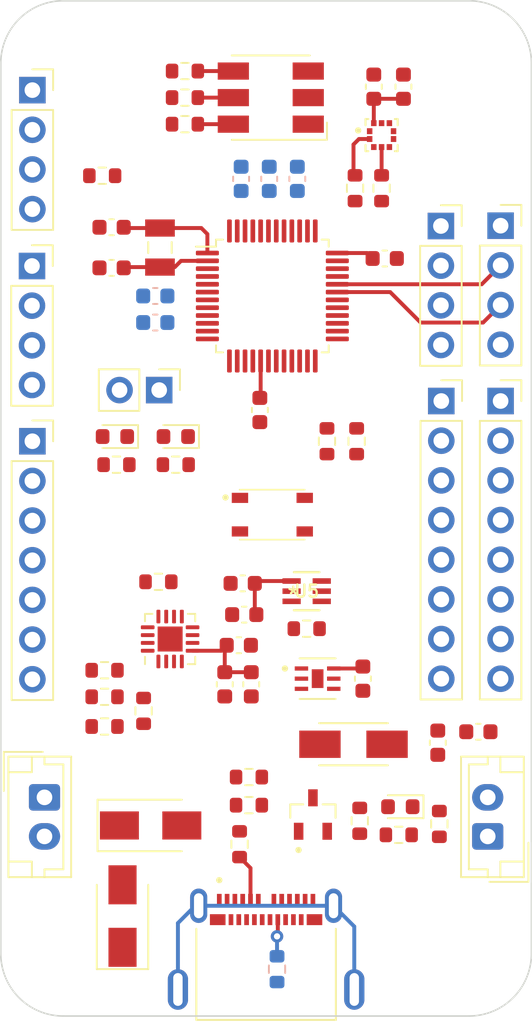
<source format=kicad_pcb>
(kicad_pcb (version 20211014) (generator pcbnew)
  (layers (0 "F.Cu" signal) (1 "In1.Cu" power) (2 "In2.Cu" mixed) (31 "B.Cu" signal) (34 "B.Paste" user) (35 "F.Paste" user) (36 "B.SilkS" user "B.Silkscreen") (37 "F.SilkS" user "F.Silkscreen") (38 "B.Mask" user) (39 "F.Mask" user) (44 "Edge.Cuts" user))
  (net 0 "")
  (net 1 "GND")
  (net 2 "Net-(C1-Pad2)")
  (net 3 "Net-(C2-Pad2)")
  (net 4 "Net-(C3-Pad1)")
  (net 5 "Net-(C4-Pad2)")
  (net 6 "Net-(C5-Pad2)")
  (net 7 "+3V3")
  (net 8 "/VBAT")
  (net 9 "/LiPo/SOUT")
  (net 10 "/Regulators/+5V_reg")
  (net 11 "Net-(D1-Pad2)")
  (net 12 "VBUS")
  (net 13 "Net-(D2-Pad2)")
  (net 14 "Net-(D3-Pad1)")
  (net 15 "Net-(D4-Pad1)")
  (net 16 "Net-(D6-Pad2)")
  (net 17 "Net-(D7-Pad4)")
  (net 18 "Net-(D7-Pad5)")
  (net 19 "Net-(D7-Pad6)")
  (net 20 "/MCU/GPIO4")
  (net 21 "/MCU/GPIO3")
  (net 22 "/MCU/GPIO2")
  (net 23 "/MCU/GPIO1")
  (net 24 "/MISO")
  (net 25 "/MOSI")
  (net 26 "/SCK")
  (net 27 "/CS2")
  (net 28 "/SDA")
  (net 29 "/SCL")
  (net 30 "/~{THERM}")
  (net 31 "/CS1")
  (net 32 "/CS")
  (net 33 "/SWCLK")
  (net 34 "/SWDIO")
  (net 35 "/TX")
  (net 36 "/RX")
  (net 39 "Net-(J10-PadA5)")
  (net 40 "/D+")
  (net 41 "/D-")
  (net 47 "Net-(J10-PadB5)")
  (net 51 "unconnected-(J10-PadS1)")
  (net 52 "/MCU/VDIV")
  (net 53 "/MCU/~{RESET}")
  (net 54 "Net-(R9-Pad2)")
  (net 55 "Net-(R10-Pad2)")
  (net 56 "Net-(R11-Pad2)")
  (net 57 "Net-(R12-Pad2)")
  (net 58 "Net-(R13-Pad2)")
  (net 59 "/PGOOD")
  (net 60 "/CHG")
  (net 61 "Net-(Q1-Pad1)")
  (net 62 "/LEDs/R_a")
  (net 63 "/LEDs/G_a")
  (net 64 "/LEDs/B_a")
  (net 65 "/I2C Active Terminator/EN")
  (net 67 "/RST")
  (net 69 "/CS3")
  (net 70 "/IRQ")
  (net 71 "/Barometer/INTB")
  (footprint "Connector_JST:JST_EH_B2B-EH-A_1x02_P2.50mm_Vertical" (layer "F.Cu") (at 134.8 125 -90)
    (fp_text reference "J9" hide)
    (fp_text value "SOLAR" hide)
    (pad "1" thru_hole roundrect (at 0 0 270) (size 1.7 2) (drill 1) (layers *.Cu *.Mask) (roundrect_rratio 0.147059) (net 1 "GND"))
    (pad "2" thru_hole oval (at 2.5 0 270) (size 1.7 2) (drill 1) (layers *.Cu *.Mask) (net 13 "Net-(D2-Pad2)"))
  )
  (footprint "Capacitor_SMD:C_0603_1608Metric" (layer "F.Cu") (at 139.1 91.1)
    (fp_text reference "C2" hide)
    (fp_text value "22pF" hide)
    (pad "1" smd roundrect (at -0.775 0) (size 0.9 0.95) (layers "F.Cu" "F.Paste" "F.Mask") (net 1 "GND"))
    (pad "2" smd roundrect (at 0.775 0) (size 0.9 0.95) (layers "F.Cu" "F.Paste" "F.Mask") (net 3 "Net-(C2-Pad2)"))
  )
  (footprint "Connector_PinSocket_2.54mm:PinSocket_1x08_P2.54mm_Vertical" (layer "F.Cu") (at 160.225 99.625)
    (fp_text reference "J3" hide)
    (fp_text value "Ethernet" hide)
    (pad "1" thru_hole rect (at 0 0) (size 1.7 1.7) (drill 1) (layers *.Cu *.Mask) (net 1 "GND"))
    (pad "2" thru_hole oval (at 0 2.54) (size 1.7 1.7) (drill 1) (layers *.Cu *.Mask) (net 24 "/MISO"))
    (pad "3" thru_hole oval (at 0 5.08) (size 1.7 1.7) (drill 1) (layers *.Cu *.Mask) (net 25 "/MOSI"))
    (pad "4" thru_hole oval (at 0 7.62) (size 1.7 1.7) (drill 1) (layers *.Cu *.Mask) (net 26 "/SCK"))
    (pad "5" thru_hole oval (at 0 10.16) (size 1.7 1.7) (drill 1) (layers *.Cu *.Mask) (net 27 "/CS2"))
    (pad "6" thru_hole oval (at 0 12.7) (size 1.7 1.7) (drill 1) (layers *.Cu *.Mask) (net 28 "/SDA"))
    (pad "7" thru_hole oval (at 0 15.24) (size 1.7 1.7) (drill 1) (layers *.Cu *.Mask) (net 29 "/SCL"))
    (pad "8" thru_hole oval (at 0 17.78) (size 1.7 1.7) (drill 1) (layers *.Cu *.Mask) (net 7 "+3V3"))
  )
  (footprint "Capacitor_SMD:C_0603_1608Metric" (layer "F.Cu") (at 157.8 79.5 90)
    (fp_text reference "C18" hide)
    (fp_text value "0.1uF" hide)
    (pad "1" smd roundrect (at -0.775 0 90) (size 0.9 0.95) (layers "F.Cu" "F.Paste" "F.Mask") (net 7 "+3V3"))
    (pad "2" smd roundrect (at 0.775 0 90) (size 0.9 0.95) (layers "F.Cu" "F.Paste" "F.Mask") (net 1 "GND"))
  )
  (footprint "Resistor_SMD:R_0603_1608Metric" (layer "F.Cu") (at 143.8 78.5 180)
    (fp_text reference "R22" hide)
    (fp_text value "100" hide)
    (pad "1" smd roundrect (at -0.825 0 180) (size 0.8 0.95) (layers "F.Cu" "F.Paste" "F.Mask") (net 17 "Net-(D7-Pad4)"))
    (pad "2" smd roundrect (at 0.825 0 180) (size 0.8 0.95) (layers "F.Cu" "F.Paste" "F.Mask") (net 64 "/LEDs/B_a"))
  )
  (footprint "Capacitor_SMD:C_0603_1608Metric" (layer "F.Cu") (at 155.2 117.4 -90)
    (fp_text reference "C15" hide)
    (fp_text value "0.47uF" hide)
    (pad "1" smd roundrect (at -0.775 0 270) (size 0.9 0.95) (layers "F.Cu" "F.Paste" "F.Mask") (net 10 "/Regulators/+5V_reg"))
    (pad "2" smd roundrect (at 0.775 0 270) (size 0.9 0.95) (layers "F.Cu" "F.Paste" "F.Mask") (net 1 "GND"))
  )
  (footprint "Resistor_SMD:R_0603_1608Metric" (layer "F.Cu") (at 138.65 118.5625)
    (fp_text reference "R12" hide)
    (fp_text value "1K" hide)
    (pad "1" smd roundrect (at -0.825 0) (size 0.8 0.95) (layers "F.Cu" "F.Paste" "F.Mask") (net 1 "GND"))
    (pad "2" smd roundrect (at 0.825 0) (size 0.8 0.95) (layers "F.Cu" "F.Paste" "F.Mask") (net 57 "Net-(R12-Pad2)"))
  )
  (footprint "Connector_Molex:MOLEX_1054550101" (layer "F.Cu") (at 149 135.3)
    (fp_text reference "J10" hide)
    (fp_text value "1054550101" hide)
    (pad "A1" smd rect (at -3 -3.77) (size 0.3 0.7) (layers "F.Cu" "F.Paste" "F.Mask") (net 1 "GND"))
    (pad "A2" smd rect (at -2.5 -3.77) (size 0.3 0.7) (layers "F.Cu" "F.Paste" "F.Mask"))
    (pad "A3" smd rect (at -2 -3.77) (size 0.3 0.7) (layers "F.Cu" "F.Paste" "F.Mask"))
    (pad "A4" smd rect (at -1.5 -3.77) (size 0.3 0.7) (layers "F.Cu" "F.Paste" "F.Mask") (net 16 "Net-(D6-Pad2)"))
    (pad "A5" smd rect (at -1 -3.77) (size 0.3 0.7) (layers "F.Cu" "F.Paste" "F.Mask") (net 39 "Net-(J10-PadA5)"))
    (pad "A6" smd rect (at -0.5 -3.77) (size 0.3 0.7) (layers "F.Cu" "F.Paste" "F.Mask") (net 40 "/D+"))
    (pad "A7" smd rect (at 0.5 -3.77) (size 0.3 0.7) (layers "F.Cu" "F.Paste" "F.Mask") (net 41 "/D-"))
    (pad "A8" smd rect (at 1 -3.77) (size 0.3 0.7) (layers "F.Cu" "F.Paste" "F.Mask"))
    (pad "A9" smd rect (at 1.5 -3.77) (size 0.3 0.7) (layers "F.Cu" "F.Paste" "F.Mask") (net 16 "Net-(D6-Pad2)"))
    (pad "A10" smd rect (at 2 -3.77) (size 0.3 0.7) (layers "F.Cu" "F.Paste" "F.Mask"))
    (pad "A11" smd rect (at 2.5 -3.77) (size 0.3 0.7) (layers "F.Cu" "F.Paste" "F.Mask"))
    (pad "A12" smd rect (at 3 -3.77) (size 0.3 0.7) (layers "F.Cu" "F.Paste" "F.Mask") (net 1 "GND"))
    (pad "B1" smd rect (at 3.1 -2.47) (size 1 0.7) (layers "F.Cu" "F.Paste" "F.Mask") (net 1 "GND"))
    (pad "B2" smd rect (at 2.25 -2.47) (size 0.3 0.7) (layers "F.Cu" "F.Paste" "F.Mask"))
    (pad "B3" smd rect (at 1.75 -2.47) (size 0.3 0.7) (layers "F.Cu" "F.Paste" "F.Mask"))
    (pad "B4" smd rect (at 1.25 -2.47) (size 0.3 0.7) (layers "F.Cu" "F.Paste" "F.Mask") (net 16 "Net-(D6-Pad2)"))
    (pad "B5" smd rect (at 0.75 -2.47) (size 0.3 0.7) (layers "F.Cu" "F.Paste" "F.Mask") (net 47 "Net-(J10-PadB5)"))
    (pad "B6" smd rect (at 0.25 -2.47) (size 0.3 0.7) (layers "F.Cu" "F.Paste" "F.Mask") (net 40 "/D+"))
    (pad "B7" smd rect (at -0.25 -2.47) (size 0.3 0.7) (layers "F.Cu" "F.Paste" "F.Mask") (net 41 "/D-"))
    (pad "B8" smd rect (at -0.75 -2.47) (size 0.3 0.7) (layers "F.Cu" "F.Paste" "F.Mask"))
    (pad "B9" smd rect (at -1.25 -2.47) (size 0.3 0.7) (layers "F.Cu" "F.Paste" "F.Mask") (net 16 "Net-(D6-Pad2)"))
    (pad "B10" smd rect (at -1.75 -2.47) (size 0.3 0.7) (layers "F.Cu" "F.Paste" "F.Mask"))
    (pad "B11" smd rect (at -2.25 -2.47) (size 0.3 0.7) (layers "F.Cu" "F.Paste" "F.Mask"))
    (pad "B12" smd rect (at -3.1 -2.47) (size 1 0.7) (layers "F.Cu" "F.Paste" "F.Mask") (net 1 "GND"))
    (pad "S1" thru_hole oval (at -4.32 -3.36) (size 1.1 2.2) (drill oval 0.6 1.6) (layers *.Cu *.Mask) (net 51 "unconnected-(J10-PadS1)"))
    (pad "S2" thru_hole oval (at 4.32 -3.36) (size 1.1 2.2) (drill oval 0.6 1.6) (layers *.Cu *.Mask) (net 51 "unconnected-(J10-PadS1)"))
    (pad "S3" thru_hole oval (at -5.65 2) (size 1.3 2.6) (drill oval 0.6 2.1) (layers *.Cu *.Mask) (net 51 "unconnected-(J10-PadS1)"))
    (pad "S4" thru_hole oval (at 5.65 2) (size 1.3 2.6) (drill oval 0.6 2.1) (layers *.Cu *.Mask) (net 51 "unconnected-(J10-PadS1)"))
  )
  (footprint "Capacitor_SMD:C_0603_1608Metric" (layer "F.Cu") (at 147.25 115.2625)
    (fp_text reference "C14" hide)
    (fp_text value "10uF" hide)
    (pad "1" smd roundrect (at -0.775 0) (size 0.9 0.95) (layers "F.Cu" "F.Paste" "F.Mask") (net 9 "/LiPo/SOUT"))
    (pad "2" smd roundrect (at 0.775 0) (size 0.9 0.95) (layers "F.Cu" "F.Paste" "F.Mask") (net 1 "GND"))
  )
  (footprint "Resistor_SMD:R_0603_1608Metric" (layer "F.Cu") (at 155 126.5 -90)
    (fp_text reference "R1" hide)
    (fp_text value "1K" hide)
    (pad "1" smd roundrect (at -0.825 0 270) (size 0.8 0.95) (layers "F.Cu" "F.Paste" "F.Mask") (net 11 "Net-(D1-Pad2)"))
    (pad "2" smd roundrect (at 0.825 0 270) (size 0.8 0.95) (layers "F.Cu" "F.Paste" "F.Mask") (net 1 "GND"))
  )
  (footprint "Converter_DCDC:LP5900SD-3.3_NOPB" (layer "F.Cu") (at 152.3 117.4)
    (fp_text reference "U3" hide)
    (fp_text value "LP5900SD-3.3/NOPB" hide)
    (pad "1" smd roundrect (at -1.035 -0.65) (size 0.86 0.27) (layers "F.Cu" "F.Paste" "F.Mask") (roundrect_rratio 0.03) (net 7 "+3V3"))
    (pad "2" smd roundrect (at -1.035 0) (size 0.86 0.27) (layers "F.Cu" "F.Paste" "F.Mask") (roundrect_rratio 0.03))
    (pad "3" smd roundrect (at -1.035 0.65) (size 0.86 0.27) (layers "F.Cu" "F.Paste" "F.Mask") (roundrect_rratio 0.03) (net 1 "GND"))
    (pad "4" smd roundrect (at 1.035 0.65) (size 0.86 0.27) (layers "F.Cu" "F.Paste" "F.Mask") (roundrect_rratio 0.03) (net 10 "/Regulators/+5V_reg"))
    (pad "5" smd roundrect (at 1.035 0) (size 0.86 0.27) (layers "F.Cu" "F.Paste" "F.Mask") (roundrect_rratio 0.03))
    (pad "6" smd roundrect (at 1.035 -0.65) (size 0.86 0.27) (layers "F.Cu" "F.Paste" "F.Mask") (roundrect_rratio 0.03) (net 10 "/Regulators/+5V_reg"))
    (pad "7" smd rect (at 0 0) (size 0.75 1.2) (layers "F.Cu" "F.Mask") (net 1 "GND"))
  )
  (footprint "Resistor_SMD:R_0603_1608Metric" (layer "F.Cu") (at 147.9 125.5 180)
    (fp_text reference "R16" hide)
    (fp_text value "4.7K" hide)
    (pad "1" smd roundrect (at -0.825 0 180) (size 0.8 0.95) (layers "F.Cu" "F.Paste" "F.Mask") (net 61 "Net-(Q1-Pad1)"))
    (pad "2" smd roundrect (at 0.825 0 180) (size 0.8 0.95) (layers "F.Cu" "F.Paste" "F.Mask") (net 1 "GND"))
  )
  (footprint "Capacitor_SMD:C_0603_1608Metric" (layer "F.Cu") (at 139.1 88.5)
    (fp_text reference "C1" hide)
    (fp_text value "22pF" hide)
    (pad "1" smd roundrect (at -0.775 0) (size 0.9 0.95) (layers "F.Cu" "F.Paste" "F.Mask") (net 1 "GND"))
    (pad "2" smd roundrect (at 0.775 0) (size 0.9 0.95) (layers "F.Cu" "F.Paste" "F.Mask") (net 2 "Net-(C1-Pad2)"))
  )
  (footprint "Connector_PinSocket_2.54mm:PinSocket_1x07_P2.54mm_Vertical" (layer "F.Cu") (at 134.025 102.2)
    (fp_text reference "J5" hide)
    (fp_text value "RF24" hide)
    (pad "1" thru_hole rect (at 0 0) (size 1.7 1.7) (drill 1) (layers *.Cu *.Mask) (net 1 "GND"))
    (pad "2" thru_hole oval (at 0 2.54) (size 1.7 1.7) (drill 1) (layers *.Cu *.Mask) (net 24 "/MISO"))
    (pad "3" thru_hole oval (at 0 5.08) (size 1.7 1.7) (drill 1) (layers *.Cu *.Mask) (net 25 "/MOSI"))
    (pad "4" thru_hole oval (at 0 7.62) (size 1.7 1.7) (drill 1) (layers *.Cu *.Mask) (net 26 "/SCK"))
    (pad "5" thru_hole oval (at 0 10.16) (size 1.7 1.7) (drill 1) (layers *.Cu *.Mask) (net 31 "/CS1"))
    (pad "6" thru_hole oval (at 0 12.7) (size 1.7 1.7) (drill 1) (layers *.Cu *.Mask) (net 32 "/CS"))
    (pad "7" thru_hole oval (at 0 15.24) (size 1.7 1.7) (drill 1) (layers *.Cu *.Mask) (net 7 "+3V3"))
  )
  (footprint "Diode_SMD:D_SMA" (layer "F.Cu") (at 139.8 132.6 90)
    (fp_text reference "D2" hide)
    (fp_text value "SK34A" hide)
    (pad "1" smd rect (at -2 0 90) (size 2.5 1.8) (layers "F.Cu" "F.Paste" "F.Mask") (net 12 "VBUS"))
    (pad "2" smd rect (at 2 0 90) (size 2.5 1.8) (layers "F.Cu" "F.Paste" "F.Mask") (net 13 "Net-(D2-Pad2)"))
  )
  (footprint "Connector_PinSocket_2.54mm:PinSocket_1x04_P2.54mm_Vertical" (layer "F.Cu") (at 134 90.98)
    (fp_text reference "J8" hide)
    (fp_text value "Serial" hide)
    (pad "1" thru_hole rect (at 0 0) (size 1.7 1.7) (drill 1) (layers *.Cu *.Mask) (net 1 "GND"))
    (pad "2" thru_hole oval (at 0 2.54) (size 1.7 1.7) (drill 1) (layers *.Cu *.Mask) (net 35 "/TX"))
    (pad "3" thru_hole oval (at 0 5.08) (size 1.7 1.7) (drill 1) (layers *.Cu *.Mask) (net 36 "/RX"))
    (pad "4" thru_hole oval (at 0 7.62) (size 1.7 1.7) (drill 1) (layers *.Cu *.Mask) (net 7 "+3V3"))
  )
  (footprint "Resistor_SMD:R_0603_1608Metric" (layer "F.Cu") (at 154.7 86 -90)
    (fp_text reference "R4" hide)
    (fp_text value "4.7K" hide)
    (pad "1" smd roundrect (at -0.825 0 270) (size 0.8 0.95) (layers "F.Cu" "F.Paste" "F.Mask") (net 29 "/SCL"))
    (pad "2" smd roundrect (at 0.825 0 270) (size 0.8 0.95) (layers "F.Cu" "F.Paste" "F.Mask") (net 7 "+3V3"))
  )
  (footprint "Capacitor_SMD:C_0603_1608Metric" (layer "F.Cu") (at 156.6 90.5)
    (fp_text reference "C6" hide)
    (fp_text value "0.1uF" hide)
    (pad "1" smd roundrect (at -0.775 0) (size 0.9 0.95) (layers "F.Cu" "F.Paste" "F.Mask") (net 7 "+3V3"))
    (pad "2" smd roundrect (at 0.775 0) (size 0.9 0.95) (layers "F.Cu" "F.Paste" "F.Mask") (net 1 "GND"))
  )
  (footprint "Resistor_SMD:R_0603_1608Metric" (layer "F.Cu") (at 143.8 80.2 180)
    (fp_text reference "R21" hide)
    (fp_text value "100" hide)
    (pad "1" smd roundrect (at -0.825 0 180) (size 0.8 0.95) (layers "F.Cu" "F.Paste" "F.Mask") (net 18 "Net-(D7-Pad5)"))
    (pad "2" smd roundrect (at 0.825 0 180) (size 0.8 0.95) (layers "F.Cu" "F.Paste" "F.Mask") (net 63 "/LEDs/G_a"))
  )
  (footprint "Resistor_SMD:R_0603_1608Metric" (layer "F.Cu") (at 152.9 102.2 -90)
    (fp_text reference "R8" hide)
    (fp_text value "330" hide)
    (pad "1" smd roundrect (at -0.825 0 270) (size 0.8 0.95) (layers "F.Cu" "F.Paste" "F.Mask") (net 53 "/MCU/~{RESET}"))
    (pad "2" smd roundrect (at 0.825 0 270) (size 0.8 0.95) (layers "F.Cu" "F.Paste" "F.Mask") (net 4 "Net-(C3-Pad1)"))
  )
  (footprint "Sensor_Pressure:bmp388" (layer "F.Cu") (at 156.4 82.6)
    (fp_text reference "U4" hide)
    (fp_text value "BMP388" hide)
    (pad "1" smd roundrect (at -0.765 -0.25 90) (size 0.38 0.35) (layers "F.Cu" "F.Paste" "F.Mask") (roundrect_rratio 0.02) (net 7 "+3V3"))
    (pad "2" smd roundrect (at -0.765 0.25 90) (size 0.38 0.35) (layers "F.Cu" "F.Paste" "F.Mask") (roundrect_rratio 0.02) (net 29 "/SCL"))
    (pad "3" smd roundrect (at -0.5 0.765 90) (size 0.38 0.35) (layers "F.Cu" "F.Paste" "F.Mask") (roundrect_rratio 0.02) (net 1 "GND"))
    (pad "4" smd roundrect (at 0 0.765 90) (size 0.38 0.35) (layers "F.Cu" "F.Paste" "F.Mask") (roundrect_rratio 0.02) (net 28 "/SDA"))
    (pad "5" smd roundrect (at 0.5 0.765 90) (size 0.38 0.35) (layers "F.Cu" "F.Paste" "F.Mask") (roundrect_rratio 0.02) (net 1 "GND"))
    (pad "6" smd roundrect (at 0.765 0.25 90) (size 0.38 0.35) (layers "F.Cu" "F.Paste" "F.Mask") (roundrect_rratio 0.02) (net 7 "+3V3"))
    (pad "7" smd roundrect (at 0.765 -0.25 90) (size 0.38 0.35) (layers "F.Cu" "F.Paste" "F.Mask") (roundrect_rratio 0.02) (net 71 "/Barometer/INTB"))
    (pad "8" smd roundrect (at 0.5 -0.765 90) (size 0.38 0.35) (layers "F.Cu" "F.Paste" "F.Mask") (roundrect_rratio 0.02) (net 1 "GND"))
    (pad "9" smd roundrect (at 0 -0.765 90) (size 0.38 0.35) (layers "F.Cu" "F.Paste" "F.Mask") (roundrect_rratio 0.02) (net 1 "GND"))
    (pad "10" smd roundrect (at -0.5 -0.765 90) (size 0.38 0.35) (layers "F.Cu" "F.Paste" "F.Mask") (roundrect_rratio 0.02) (net 7 "+3V3"))
  )
  (footprint "MountingHole:MountingHole_2mm" (layer "F.Cu") (at 163 136)
    (fp_text reference "H4" hide)
    (fp_text value "MountingHole" hide)
    (pad "" np_thru_hole circle (at 0 0) (size 2 2) (drill 2) (layers *.Cu *.Mask))
  )
  (footprint "Resistor_SMD:R_0603_1608Metric" (layer "F.Cu") (at 160.1 126.7 -90)
    (fp_text reference "R2" hide)
    (fp_text value "10K" hide)
    (pad "1" smd roundrect (at -0.825 0 270) (size 0.8 0.95) (layers "F.Cu" "F.Paste" "F.Mask") (net 8 "/VBAT"))
    (pad "2" smd roundrect (at 0.825 0 270) (size 0.8 0.95) (layers "F.Cu" "F.Paste" "F.Mask") (net 52 "/MCU/VDIV"))
  )
  (footprint "Resistor_SMD:R_0603_1608Metric" (layer "F.Cu") (at 143.2125 103.7)
    (fp_text reference "R15" hide)
    (fp_text value "10K" hide)
    (pad "1" smd roundrect (at -0.825 0) (size 0.8 0.95) (layers "F.Cu" "F.Paste" "F.Mask") (net 15 "Net-(D4-Pad1)"))
    (pad "2" smd roundrect (at 0.825 0) (size 0.8 0.95) (layers "F.Cu" "F.Paste" "F.Mask") (net 60 "/CHG"))
  )
  (footprint "Resistor_SMD:R_0603_1608Metric" (layer "F.Cu") (at 139.4125 103.7)
    (fp_text reference "R14" hide)
    (fp_text value "10K" hide)
    (pad "1" smd roundrect (at -0.825 0) (size 0.8 0.95) (layers "F.Cu" "F.Paste" "F.Mask") (net 59 "/PGOOD"))
    (pad "2" smd roundrect (at 0.825 0) (size 0.8 0.95) (layers "F.Cu" "F.Paste" "F.Mask") (net 14 "Net-(D3-Pad1)"))
  )
  (footprint "Connector_PinHeader_2.54mm:PinHeader_1x02_P2.54mm_Vertical" (layer "F.Cu") (at 142.15 98.925 -90)
    (fp_text reference "J4" hide)
    (fp_text value "Thermistor (10K)" hide)
    (pad "1" thru_hole rect (at 0 0 270) (size 1.7 1.7) (drill 1) (layers *.Cu *.Mask) (net 30 "/~{THERM}"))
    (pad "2" thru_hole oval (at 0 2.54 270) (size 1.7 1.7) (drill 1) (layers *.Cu *.Mask) (net 7 "+3V3"))
  )
  (footprint "LED_SMD:LED_RGB_5050-6" (layer "F.Cu") (at 149.3 80.2 180)
    (fp_text reference "D7" hide)
    (fp_text value "LED_RGB" hide)
    (pad "1" smd rect (at -2.4 -1.7 270) (size 1.1 2) (layers "F.Cu" "F.Paste" "F.Mask") (net 1 "GND"))
    (pad "2" smd rect (at -2.4 0 270) (size 1.1 2) (layers "F.Cu" "F.Paste" "F.Mask") (net 1 "GND"))
    (pad "3" smd rect (at -2.4 1.7 270) (size 1.1 2) (layers "F.Cu" "F.Paste" "F.Mask") (net 1 "GND"))
    (pad "4" smd rect (at 2.4 1.7 270) (size 1.1 2) (layers "F.Cu" "F.Paste" "F.Mask") (net 17 "Net-(D7-Pad4)"))
    (pad "5" smd rect (at 2.4 0 270) (size 1.1 2) (layers "F.Cu" "F.Paste" "F.Mask") (net 18 "Net-(D7-Pad5)"))
    (pad "6" smd rect (at 2.4 -1.7 270) (size 1.1 2) (layers "F.Cu" "F.Paste" "F.Mask") (net 19 "Net-(D7-Pad6)"))
  )
  (footprint "Resistor_SMD:R_0603_1608Metric" (layer "F.Cu") (at 143.8 81.9 180)
    (fp_text reference "R20" hide)
    (fp_text value "100" hide)
    (pad "1" smd roundrect (at -0.825 0 180) (size 0.8 0.95) (layers "F.Cu" "F.Paste" "F.Mask") (net 19 "Net-(D7-Pad6)"))
    (pad "2" smd roundrect (at 0.825 0 180) (size 0.8 0.95) (layers "F.Cu" "F.Paste" "F.Mask") (net 62 "/LEDs/R_a"))
  )
  (footprint "Resistor_SMD:R_0603_1608Metric" (layer "F.Cu") (at 138.65 120.4625)
    (fp_text reference "R13" hide)
    (fp_text value "10K" hide)
    (pad "1" smd roundrect (at -0.825 0) (size 0.8 0.95) (layers "F.Cu" "F.Paste" "F.Mask") (net 1 "GND"))
    (pad "2" smd roundrect (at 0.825 0) (size 0.8 0.95) (layers "F.Cu" "F.Paste" "F.Mask") (net 58 "Net-(R13-Pad2)"))
  )
  (footprint "Capacitor_SMD:C_0603_1608Metric" (layer "F.Cu") (at 147.5 111.3 180)
    (fp_text reference "C19" hide)
    (fp_text value "0.1uF" hide)
    (pad "1" smd roundrect (at -0.775 0 180) (size 0.9 0.95) (layers "F.Cu" "F.Paste" "F.Mask") (net 7 "+3V3"))
    (pad "2" smd roundrect (at 0.775 0 180) (size 0.9 0.95) (layers "F.Cu" "F.Paste" "F.Mask") (net 1 "GND"))
  )
  (footprint "Resistor_SMD:R_0603_1608Metric" (layer "F.Cu") (at 151.6 114.2)
    (fp_text reference "R23" hide)
    (fp_text value "10K" hide)
    (pad "1" smd roundrect (at -0.825 0) (size 0.8 0.95) (layers "F.Cu" "F.Paste" "F.Mask") (net 65 "/I2C Active Terminator/EN"))
    (pad "2" smd roundrect (at 0.825 0) (size 0.8 0.95) (layers "F.Cu" "F.Paste" "F.Mask") (net 7 "+3V3"))
  )
  (footprint "Connector_PinSocket_2.54mm:PinSocket_1x04_P2.54mm_Vertical" (layer "F.Cu") (at 134.025 79.72)
    (fp_text reference "J2" hide)
    (fp_text value "GPIO" hide)
    (pad "1" thru_hole rect (at 0 0) (size 1.7 1.7) (drill 1) (layers *.Cu *.Mask) (net 20 "/MCU/GPIO4"))
    (pad "2" thru_hole oval (at 0 2.54) (size 1.7 1.7) (drill 1) (layers *.Cu *.Mask) (net 21 "/MCU/GPIO3"))
    (pad "3" thru_hole oval (at 0 5.08) (size 1.7 1.7) (drill 1) (layers *.Cu *.Mask) (net 22 "/MCU/GPIO2"))
    (pad "4" thru_hole oval (at 0 7.62) (size 1.7 1.7) (drill 1) (layers *.Cu *.Mask) (net 23 "/MCU/GPIO1"))
  )
  (footprint "Resistor_SMD:R_0603_1608Metric" (layer "F.Cu") (at 154.8 102.2 90)
    (fp_text reference "R7" hide)
    (fp_text value "10K" hide)
    (pad "1" smd roundrect (at -0.825 0 90) (size 0.8 0.95) (layers "F.Cu" "F.Paste" "F.Mask") (net 7 "+3V3"))
    (pad "2" smd roundrect (at 0.825 0 90) (size 0.8 0.95) (layers "F.Cu" "F.Paste" "F.Mask") (net 53 "/MCU/~{RESET}"))
  )
  (footprint "Capacitor_SMD:C_0603_1608Metric" (layer "F.Cu") (at 155.9 79.5 90)
    (fp_text reference "C17" hide)
    (fp_text value "0.1uF" hide)
    (pad "1" smd roundrect (at -0.775 0 90) (size 0.9 0.95) (layers "F.Cu" "F.Paste" "F.Mask") (net 7 "+3V3"))
    (pad "2" smd roundrect (at 0.775 0 90) (size 0.9 0.95) (layers "F.Cu" "F.Paste" "F.Mask") (net 1 "GND"))
  )
  (footprint "Capacitor_SMD:C_0603_1608Metric" (layer "F.Cu") (at 160 121.5 -90)
    (fp_text reference "C10" hide)
    (fp_text value "10uF" hide)
    (pad "1" smd roundrect (at -0.775 0 270) (size 0.9 0.95) (layers "F.Cu" "F.Paste" "F.Mask") (net 8 "/VBAT"))
    (pad "2" smd roundrect (at 0.775 0 270) (size 0.9 0.95) (layers "F.Cu" "F.Paste" "F.Mask") (net 1 "GND"))
  )
  (footprint "Transistor_Power_Module:LTC4311CSC6_TRPBF" (layer "F.Cu") (at 151.6 111.8)
    (fp_text reference "U5" (at 0 0) (layer "F.SilkS") (effects (font (size 0.787402 0.787402))))
    (fp_text value "LTC4311CSC6#TRPBF" hide)
    (fp_text user "*" (at -0.8636 0.254) (layer "F.SilkS"))
    (pad "1" smd rect (at -0.9652 -0.65) (size 1.1684 0.3556) (layers "F.Cu" "F.Paste" "F.Mask") (net 7 "+3V3"))
    (pad "2" smd rect (at -0.9652 0) (size 1.1684 0.3556) (layers "F.Cu" "F.Paste" "F.Mask") (net 1 "GND"))
    (pad "3" smd rect (at -0.9652 0.65) (size 1.1684 0.3556) (layers "F.Cu" "F.Paste" "F.Mask") (net 65 "/I2C Active Terminator/EN"))
    (pad "4" smd rect (at 0.9652 0.65) (size 1.1684 0.3556) (layers "F.Cu" "F.Paste" "F.Mask") (net 28 "/SDA"))
    (pad "5" smd rect (at 0.9652 0) (size 1.1684 0.3556) (layers "F.Cu" "F.Paste" "F.Mask") (net 1 "GND"))
    (pad "6" smd rect (at 0.9652 -0.65) (size 1.1684 0.3556) (layers "F.Cu" "F.Paste" "F.Mask") (net 29 "/SCL"))
  )
  (footprint "Capacitor_SMD:C_0603_1608Metric" (layer "F.Cu") (at 162.6 120.8)
    (fp_text reference "C11" hide)
    (fp_text value "10uF" hide)
    (pad "1" smd roundrect (at -0.775 0) (size 0.9 0.95) (layers "F.Cu" "F.Paste" "F.Mask") (net 8 "/VBAT"))
    (pad "2" smd roundrect (at 0.775 0) (size 0.9 0.95) (layers "F.Cu" "F.Paste" "F.Mask") (net 1 "GND"))
  )
  (footprint "Resistor_SMD:R_0603_1608Metric" (layer "F.Cu") (at 138.5 85.2)
    (fp_text reference "R6" hide)
    (fp_text value "10K" hide)
    (pad "1" smd roundrect (at -0.825 0) (size 0.8 0.95) (layers "F.Cu" "F.Paste" "F.Mask") (net 30 "/~{THERM}"))
    (pad "2" smd roundrect (at 0.825 0) (size 0.8 0.95) (layers "F.Cu" "F.Paste" "F.Mask") (net 1 "GND"))
  )
  (footprint "LED_SMD:LED_0603_1608Metric" (layer "F.Cu") (at 143.2125 101.9 180)
    (fp_text reference "D4" hide)
    (fp_text value "LED" hide)
    (pad "1" smd roundrect (at -0.7875 0 180) (size 0.875 0.95) (layers "F.Cu" "F.Paste" "F.Mask") (net 15 "Net-(D4-Pad1)"))
    (pad "2" smd roundrect (at 0.7875 0 180) (size 0.875 0.95) (layers "F.Cu" "F.Paste" "F.Mask") (net 7 "+3V3"))
  )
  (footprint "Package_DFN_QFN:VQFN-16-1EP_3x3mm_P0.5mm_EP1.6x1.6mm" (layer "F.Cu") (at 142.85 114.8625 90)
    (fp_text reference "U2" hide)
    (fp_text value "BQ24074RGT" hide)
    (pad "1" smd roundrect (at -1.4375 -0.75 90) (size 0.875 0.25) (layers "F.Cu" "F.Paste" "F.Mask") (net 58 "Net-(R13-Pad2)"))
    (pad "2" smd roundrect (at -1.4375 -0.25 90) (size 0.875 0.25) (layers "F.Cu" "F.Paste" "F.Mask") (net 8 "/VBAT"))
    (pad "3" smd roundrect (at -1.4375 0.25 90) (size 0.875 0.25) (layers "F.Cu" "F.Paste" "F.Mask") (net 8 "/VBAT"))
    (pad "4" smd roundrect (at -1.4375 0.75 90) (size 0.875 0.25) (layers "F.Cu" "F.Paste" "F.Mask") (net 55 "Net-(R10-Pad2)"))
    (pad "5" smd roundrect (at -0.75 1.4375 90) (size 0.25 0.875) (layers "F.Cu" "F.Paste" "F.Mask") (net 9 "/LiPo/SOUT"))
    (pad "6" smd roundrect (at -0.25 1.4375 90) (size 0.25 0.875) (layers "F.Cu" "F.Paste" "F.Mask") (net 1 "GND"))
    (pad "7" smd roundrect (at 0.25 1.4375 90) (size 0.25 0.875) (layers "F.Cu" "F.Paste" "F.Mask") (net 59 "/PGOOD"))
    (pad "8" smd roundrect (at 0.75 1.4375 90) (size 0.25 0.875) (layers "F.Cu" "F.Paste" "F.Mask") (net 1 "GND"))
    (pad "9" smd roundrect (at 1.4375 0.75 90) (size 0.875 0.25) (layers "F.Cu" "F.Paste" "F.Mask") (net 60 "/CHG"))
    (pad "10" smd roundrect (at 1.4375 0.25 90) (size 0.875 0.25) (layers "F.Cu" "F.Paste" "F.Mask") (net 9 "/LiPo/SOUT"))
    (pad "11" smd roundrect (at 1.4375 -0.25 90) (size 0.875 0.25) (layers "F.Cu" "F.Paste" "F.Mask") (net 9 "/LiPo/SOUT"))
    (pad "12" smd roundrect (at 1.4375 -0.75 90) (size 0.875 0.25) (layers "F.Cu" "F.Paste" "F.Mask") (net 56 "Net-(R11-Pad2)"))
    (pad "13" smd roundrect (at 0.75 -1.4375 90) (size 0.25 0.875) (layers "F.Cu" "F.Paste" "F.Mask") (net 12 "VBUS"))
    (pad "14" smd roundrect (at 0.25 -1.4375 90) (size 0.25 0.875) (layers "F.Cu" "F.Paste" "F.Mask") (net 1 "GND"))
    (pad "15" smd roundrect (at -0.25 -1.4375 90) (size 0.25 0.875) (layers "F.Cu" "F.Paste" "F.Mask") (net 54 "Net-(R9-Pad2)"))
    (pad "16" smd roundrect (at -0.75 -1.4375 90) (size 0.25 0.875) (layers "F.Cu" "F.Paste" "F.Mask") (net 57 "Net-(R12-Pad2)"))
    (pad "17" smd rect (at 0 0 90) (size 1.6 1.6) (layers "F.Cu" "F.Mask") (net 1 "GND"))
  )
  (footprint "LED_SMD:LED_0603_1608Metric" (layer "F.Cu") (at 139.3125 101.9 180)
    (fp_text reference "D3" hide)
    (fp_text value "LED" hide)
    (pad "1" smd roundrect (at -0.7875 0 180) (size 0.875 0.95) (layers "F.Cu" "F.Paste" "F.Mask") (net 14 "Net-(D3-Pad1)"))
    (pad "2" smd roundrect (at 0.7875 0 180) (size 0.875 0.95) (layers "F.Cu" "F.Paste" "F.Mask") (net 7 "+3V3"))
  )
  (footprint "Transistor_Power_Module:DMP3098L" (layer "F.Cu") (at 152 126.1 90)
    (fp_text reference "Q1" hide)
    (fp_text value "DMP3098L-7" hide)
    (pad "1" smd rect (at -1.07 -0.915 90) (size 1.09 0.61) (layers "F.Cu" "F.Paste" "F.Mask") (net 61 "Net-(Q1-Pad1)"))
    (pad "2" smd rect (at -1.07 0.915 90) (size 1.09 0.61) (layers "F.Cu" "F.Paste" "F.Mask") (net 12 "VBUS"))
    (pad "3" smd rect (at 1.07 0 90) (size 1.09 0.61) (layers "F.Cu" "F.Paste" "F.Mask") (net 10 "/Regulators/+5V_reg"))
  )
  (footprint "Resistor_SMD:R_0603_1608Metric" (layer "F.Cu") (at 147.9 123.7)
    (fp_text reference "R17" hide)
    (fp_text value "470" hide)
    (pad "1" smd roundrect (at -0.825 0) (size 0.8 0.95) (layers "F.Cu" "F.Paste" "F.Mask") (net 61 "Net-(Q1-Pad1)"))
    (pad "2" smd roundrect (at 0.825 0) (size 0.8 0.95) (layers "F.Cu" "F.Paste" "F.Mask") (net 9 "/LiPo/SOUT"))
  )
  (footprint "Crystal:XTAL_ABS07-32.768KHZ-T" (layer "F.Cu") (at 142.2 89.8 -90)
    (fp_text reference "Y1" hide)
    (fp_text value "32768Hz" hide)
    (pad "1" smd rect (at -1.25 0 270) (size 1.1 1.9) (layers "F.Cu" "F.Paste" "F.Mask") (net 2 "Net-(C1-Pad2)"))
    (pad "2" smd rect (at 1.25 0 270) (size 1.1 1.9) (layers "F.Cu" "F.Paste" "F.Mask") (net 3 "Net-(C2-Pad2)"))
  )
  (footprint "Connector_JST:JST_EH_B2B-EH-A_1x02_P2.50mm_Vertical" (layer "F.Cu") (at 163.2 127.5 90)
    (fp_text reference "J1" hide)
    (fp_text value "Conn_01x02" hide)
    (pad "1" thru_hole roundrect (at 0 0 90) (size 1.7 2) (drill 1) (layers *.Cu *.Mask) (roundrect_rratio 0.147059) (net 1 "GND"))
    (pad "2" thru_hole oval (at 2.5 0 90) (size 1.7 2) (drill 1) (layers *.Cu *.Mask) (net 8 "/VBAT"))
  )
  (footprint "Resistor_SMD:R_0603_1608Metric" (layer "F.Cu") (at 157.5 127.4 180)
    (fp_text reference "R3" hide)
    (fp_text value "20K" hide)
    (pad "1" smd roundrect (at -0.825 0 180) (size 0.8 0.95) (layers "F.Cu" "F.Paste" "F.Mask") (net 52 "/MCU/VDIV"))
    (pad "2" smd roundrect (at 0.825 0 180) (size 0.8 0.95) (layers "F.Cu" "F.Paste" "F.Mask") (net 1 "GND"))
  )
  (footprint "MountingHole:MountingHole_2mm" (layer "F.Cu") (at 163.1 79.5)
    (fp_text reference "H3" hide)
    (fp_text value "MountingHole" hide)
    (pad "" np_thru_hole circle (at 0 0) (size 2 2) (drill 2) (layers *.Cu *.Mask))
  )
  (footprint "Connector_PinSocket_2.54mm:PinSocket_1x04_P2.54mm_Vertical" (layer "F.Cu") (at 164.025 88.4)
    (fp_text reference "J7" hide)
    (fp_text value "I2C" hide)
    (pad "1" thru_hole rect (at 0 0) (size 1.7 1.7) (drill 1) (layers *.Cu *.Mask) (net 1 "GND"))
    (pad "2" thru_hole oval (at 0 2.54) (size 1.7 1.7) (drill 1) (layers *.Cu *.Mask) (net 29 "/SCL"))
    (pad "3" thru_hole oval (at 0 5.08) (size 1.7 1.7) (drill 1) (layers *.Cu *.Mask) (net 28 "/SDA"))
    (pad "4" thru_hole oval (at 0 7.62) (size 1.7 1.7) (drill 1) (layers *.Cu *.Mask) (net 7 "+3V3"))
  )
  (footprint "Resistor_SMD:R_0603_1608Metric" (layer "F.Cu") (at 141.15 119.4625 90)
    (fp_text reference "R10" hide)
    (fp_text value "10K" hide)
    (pad "1" smd roundrect (at -0.825 0 90) (size 0.8 0.95) (layers "F.Cu" "F.Paste" "F.Mask") (net 1 "GND"))
    (pad "2" smd roundrect (at 0.825 0 90) (size 0.8 0.95) (layers "F.Cu" "F.Paste" "F.Mask") (net 55 "Net-(R10-Pad2)"))
  )
  (footprint "Resistor_SMD:R_0603_1608Metric" (layer "F.Cu") (at 138.65 116.8625)
    (fp_text reference "R9" hide)
    (fp_text value "10K" hide)
    (pad "1" smd roundrect (at -0.825 0) (size 0.8 0.95) (layers "F.Cu" "F.Paste" "F.Mask") (net 1 "GND"))
    (pad "2" smd roundrect (at 0.825 0) (size 0.8 0.95) (layers "F.Cu" "F.Paste" "F.Mask") (net 54 "Net-(R9-Pad2)"))
  )
  (footprint "Button_Switch_SMD:PTS810SJG250SMTRLFS" (layer "F.Cu") (at 149.4 106.9)
    (fp_text reference "SW1" hide)
    (fp_text value "~{RESET}")
    (pad "1" smd rect (at -2.075 -1.075) (size 1.05 0.65) (layers "F.Cu" "F.Paste" "F.Mask") (net 53 "/MCU/~{RESET}"))
    (pad "2" smd rect (at 2.075 -1.075) (size 1.05 0.65) (layers "F.Cu" "F.Paste" "F.Mask") (net 53 "/MCU/~{RESET}"))
    (pad "3" smd rect (at -2.075 1.075) (size 1.05 0.65) (layers "F.Cu" "F.Paste" "F.Mask") (net 1 "GND"))
    (pad "4" smd rect (at 2.075 1.075) (size 1.05 0.65) (layers "F.Cu" "F.Paste" "F.Mask") (net 1 "GND"))
  )
  (footprint "Capacitor_SMD:C_0603_1608Metric" (layer "F.Cu") (at 147.6 113.3 180)
    (fp_text reference "C16" hide)
    (fp_text value "0.47uF" hide)
    (pad "1" smd roundrect (at -0.775 0 180) (size 0.9 0.95) (layers "F.Cu" "F.Paste" "F.Mask") (net 7 "+3V3"))
    (pad "2" smd roundrect (at 0.775 0 180) (size 0.9 0.95) (layers "F.Cu" "F.Paste" "F.Mask") (net 1 "GND"))
  )
  (footprint "Package_QFP:TQFP-48_7x7mm_P0.5mm" (layer "F.Cu") (at 149.4 92.9)
    (fp_text reference "U1" hide)
    (fp_text value "ATSAMD21G18A-A" hide)
    (pad "1" smd roundrect (at -4.1625 -2.75) (size 1.475 0.3) (layers "F.Cu" "F.Paste" "F.Mask") (net 2 "Net-(C1-Pad2)"))
    (pad "2" smd roundrect (at -4.1625 -2.25) (size 1.475 0.3) (layers "F.Cu" "F.Paste" "F.Mask") (net 3 "Net-(C2-Pad2)"))
    (pad "3" smd roundrect (at -4.1625 -1.75) (size 1.475 0.3) (layers "F.Cu" "F.Paste" "F.Mask") (net 52 "/MCU/VDIV"))
    (pad "4" smd roundrect (at -4.1625 -1.25) (size 1.475 0.3) (layers "F.Cu" "F.Paste" "F.Mask"))
    (pad "5" smd roundrect (at -4.1625 -0.75) (size 1.475 0.3) (layers "F.Cu" "F.Paste" "F.Mask") (net 1 "GND"))
    (pad "6" smd roundrect (at -4.1625 -0.25) (size 1.475 0.3) (layers "F.Cu" "F.Paste" "F.Mask") (net 7 "+3V3"))
    (pad "7" smd roundrect (at -4.1625 0.25) (size 1.475 0.3) (layers "F.Cu" "F.Paste" "F.Mask") (net 31 "/CS1"))
    (pad "8" smd roundrect (at -4.1625 0.75) (size 1.475 0.3) (layers "F.Cu" "F.Paste" "F.Mask") (net 32 "/CS"))
    (pad "9" smd roundrect (at -4.1625 1.25) (size 1.475 0.3) (layers "F.Cu" "F.Paste" "F.Mask") (net 27 "/CS2"))
    (pad "10" smd roundrect (at -4.1625 1.75) (size 1.475 0.3) (layers "F.Cu" "F.Paste" "F.Mask") (net 69 "/CS3"))
    (pad "11" smd roundrect (at -4.1625 2.25) (size 1.475 0.3) (layers "F.Cu" "F.Paste" "F.Mask") (net 23 "/MCU/GPIO1"))
    (pad "12" smd roundrect (at -4.1625 2.75) (size 1.475 0.3) (layers "F.Cu" "F.Paste" "F.Mask") (net 22 "/MCU/GPIO2"))
    (pad "13" smd roundrect (at -2.75 4.1625) (size 0.3 1.475) (layers "F.Cu" "F.Paste" "F.Mask") (net 21 "/MCU/GPIO3"))
    (pad "14" smd roundrect (at -2.25 4.1625) (size 0.3 1.475) (layers "F.Cu" "F.Paste" "F.Mask") (net 20 "/MCU/GPIO4"))
    (pad "15" smd roundrect (at -1.75 4.1625) (size 0.3 1.475) (layers "F.Cu" "F.Paste" "F.Mask") (net 35 "/TX"))
    (pad "16" smd roundrect (at -1.25 4.1625) (size 0.3 1.475) (layers "F.Cu" "F.Paste" "F.Mask") (net 36 "/RX"))
    (pad "17" smd roundrect (at -0.75 4.1625) (size 0.3 1.475) (layers "F.Cu" "F.Paste" "F.Mask") (net 7 "+3V3"))
    (pad "18" smd roundrect (at -0.25 4.1625) (size 0.3 1.475) (layers "F.Cu" "F.Paste" "F.Mask") (net 1 "GND"))
    (pad "19" smd roundrect (at 0.25 4.1625) (size 0.3 1.475) (layers "F.Cu" "F.Paste" "F.Mask") (net 25 "/MOSI"))
    (pad "20" smd roundrect (at 0.75 4.1625) (size 0.3 1.475) (layers "F.Cu" "F.Paste" "F.Mask") (net 26 "/SCK"))
    (pad "21" smd roundrect (at 1.25 4.1625) (size 0.3 1.475) (layers "F.Cu" "F.Paste" "F.Mask") (net 24 "/MISO"))
    (pad "22" smd roundrect (at 1.75 4.1625) (size 0.3 1.475) (layers "F.Cu" "F.Paste" "F.Mask"))
    (pad "23" smd roundrect (at 2.25 4.1625) (size 0.3 1.475) (layers "F.Cu" "F.Paste" "F.Mask") (net 70 "/IRQ"))
    (pad "24" smd roundrect (at 2.75 4.1625) (size 0.3 1.475) (layers "F.Cu" "F.Paste" "F.Mask") (net 62 "/LEDs/R_a"))
    (pad "25" smd roundrect (at 4.1625 2.75) (size 1.475 0.3) (layers "F.Cu" "F.Paste" "F.Mask") (net 63 "/LEDs/G_a"))
    (pad "26" smd roundrect (at 4.1625 2.25) (size 1.475 0.3) (layers "F.Cu" "F.Paste" "F.Mask") (net 64 "/LEDs/B_a"))
    (pad "27" smd roundrect (at 4.1625 1.75) (size 1.475 0.3) (layers "F.Cu" "F.Paste" "F.Mask") (net 67 "/RST"))
    (pad "28" smd roundrect (at 4.1625 1.25) (size 1.475 0.3) (layers "F.Cu" "F.Paste" "F.Mask") (net 60 "/CHG"))
    (pad "29" smd roundrect (at 4.1625 0.75) (size 1.475 0.3) (layers "F.Cu" "F.Paste" "F.Mask") (net 59 "/PGOOD"))
    (pad "30" smd roundrect (at 4.1625 0.25) (size 1.475 0.3) (layers "F.Cu" "F.Paste" "F.Mask") (net 71 "/Barometer/INTB"))
    (pad "31" smd roundrect (at 4.1625 -0.25) (size 1.475 0.3) (layers "F.Cu" "F.Paste" "F.Mask") (net 28 "/SDA"))
    (pad "32" smd roundrect (at 4.1625 -0.75) (size 1.475 0.3) (layers "F.Cu" "F.Paste" "F.Mask") (net 29 "/SCL"))
    (pad "33" smd roundrect (at 4.1625 -1.25) (size 1.475 0.3) (layers "F.Cu" "F.Paste" "F.Mask") (net 41 "/D-"))
    (pad "34" smd roundrect (at 4.1625 -1.75) (size 1.475 0.3) (layers "F.Cu" "F.Paste" "F.Mask") (net 40 "/D+"))
    (pad "35" smd roundrect (at 4.1625 -2.25) (size 1.475 0.3) (layers "F.Cu" "F.Paste" "F.Mask") (net 1 "GND"))
    (pad "36" smd roundrect (at 4.1625 -2.75) (size 1.475 0.3) (layers "F.Cu" "F.Paste" "F.Mask") (net 7 "+3V3"))
    (pad "37" smd roundrect (at 2.75 -4.1625) (size 0.3 1.475) (layers "F.Cu" "F.Paste" "F.Mask"))
    (pad "38" smd roundrect (at 2.25 -4.1625) (size 0.3 1.475) (layers "F.Cu" "F.Paste" "F.Mask"))
    (pad "39" smd roundrect (at 1.75 -4.1625) (size 0.3 1.475) (layers "F.Cu" "F.Paste" "F.Mask"))
    (pad "40" smd roundrect (at 1.25 -4.1625) (size 0.3 1.475) (layers "F.Cu" "F.Paste" "F.Mask") (net 4 "Net-(C3-Pad1)"))
    (pad "41" smd roundrect (at 0.75 -4.1625) (size 0.3 1.475) (layers "F.Cu" "F.Paste" "F.Mask"))
    (pad "42" smd roundrect (at 0.25 -4.1625) (size 0.3 1.475) (layers "F.Cu" "F.Paste" "F.Mask") (net 1 "GND"))
    (pad "43" smd roundrect (at -0.25 -4.1625) (size 0.3 1.475) (layers "F.Cu" "F.Paste" "F.Mask") (net 6 "Net-(C5-Pad2)"))
    (pad "44" smd roundrect (at -0.75 -4.1625) (size 0.3 1.475) (layers "F.Cu" "F.Paste" "F.Mask") (net 5 "Net-(C4-Pad2)"))
    (pad "45" smd roundrect (at -1.25 -4.1625) (size 0.3 1.475) (layers "F.Cu" "F.Paste" "F.Mask") (net 33 "/SWCLK"))
    (pad "46" smd roundrect (at -1.75 -4.1625) (size 0.3 1.475) (layers "F.Cu" "F.Paste" "F.Mask") (net 34 "/SWDIO"))
    (pad "47" smd roundrect (at -2.25 -4.1625) (size 0.3 1.475) (layers "F.Cu" "F.Paste" "F.Mask"))
    (pad "48" smd roundrect (at -2.75 -4.1625) (size 0.3 1.475) (layers "F.Cu" "F.Paste" "F.Mask"))
  )
  (footprint "Connector_PinSocket_2.54mm:PinSocket_1x04_P2.54mm_Vertical" (layer "F.Cu") (at 160.2 88.42)
    (fp_text reference "J6" hide)
    (fp_text value "SWD" hide)
    (pad "1" thru_hole rect (at 0 0) (size 1.7 1.7) (drill 1) (layers *.Cu *.Mask) (net 1 "GND"))
    (pad "2" thru_hole oval (at 0 2.54) (size 1.7 1.7) (drill 1) (layers *.Cu *.Mask) (net 33 "/SWCLK"))
    (pad "3" thru_hole oval (at 0 5.08) (size 1.7 1.7) (drill 1) (layers *.Cu *.Mask) (net 34 "/SWDIO"))
    (pad "4" thru_hole oval (at 0 7.62) (size 1.7 1.7) (drill 1) (layers *.Cu *.Mask) (net 7 "+3V3"))
  )
  (footprint "Resistor_SMD:R_0603_1608Metric" (layer "F.Cu") (at 156.4 86 90)
    (fp_text reference "R5" hide)
    (fp_text value "4.7K" hide)
    (pad "1" smd roundrect (at -0.825 0 90) (size 0.8 0.95) (layers "F.Cu" "F.Paste" "F.Mask") (net 7 "+3V3"))
    (pad "2" smd roundrect (at 0.825 0 90) (size 0.8 0.95) (layers "F.Cu" "F.Paste" "F.Mask") (net 28 "/SDA"))
  )
  (footprint "Capacitor_SMD:C_0603_1608Metric" (layer "F.Cu") (at 148.05 117.7625 -90)
    (fp_text reference "C13" hide)
    (fp_text value "10uF" hide)
    (pad "1" smd roundrect (at -0.775 0 270) (size 0.9 0.95) (layers "F.Cu" "F.Paste" "F.Mask") (net 9 "/LiPo/SOUT"))
    (pad "2" smd roundrect (at 0.775 0 270) (size 0.9 0.95) (layers "F.Cu" "F.Paste" "F.Mask") (net 1 "GND"))
  )
  (footprint "Connector_PinSocket_2.54mm:PinSocket_1x08_P2.54mm_Vertical" (layer "F.Cu") (at 164.025 99.625)
    (fp_text reference "J11" hide)
    (fp_text value "LoRa" hide)
    (pad "1" thru_hole rect (at 0 0) (size 1.7 1.7) (drill 1) (layers *.Cu *.Mask) (net 1 "GND"))
    (pad "2" thru_hole oval (at 0 2.54) (size 1.7 1.7) (drill 1) (layers *.Cu *.Mask) (net 24 "/MISO"))
    (pad "3" thru_hole oval (at 0 5.08) (size 1.7 1.7) (drill 1) (layers *.Cu *.Mask) (net 25 "/MOSI"))
    (pad "4" thru_hole oval (at 0 7.62) (size 1.7 1.7) (drill 1) (layers *.Cu *.Mask) (net 26 "/SCK"))
    (pad "5" thru_hole oval (at 0 10.16) (size 1.7 1.7) (drill 1) (layers *.Cu *.Mask) (net 67 "/RST"))
    (pad "6" thru_hole oval (at 0 12.7) (size 1.7 1.7) (drill 1) (layers *.Cu *.Mask) (net 69 "/CS3"))
    (pad "7" thru_hole oval (at 0 15.24) (size 1.7 1.7) (drill 1) (layers *.Cu *.Mask) (net 70 "/IRQ"))
    (pad "8" thru_hole oval (at 0 17.78) (size 1.7 1.7) (drill 1) (layers *.Cu *.Mask) (net 7 "+3V3"))
  )
  (footprint "MountingHole:MountingHole_2mm" (layer "F.Cu") (at 135 136)
    (fp_text reference "H1" hide)
    (fp_text value "MountingHole" hide)
    (pad "" np_thru_hole circle (at 0 0) (size 2 2) (drill 2) (layers *.Cu *.Mask))
  )
  (footprint "LED_SMD:LED_0603_1608Metric" (layer "F.Cu") (at 157.6 125.6 180)
    (fp_text reference "D1" hide)
    (fp_text value "LED" hide)
    (pad "1" smd roundrect (at -0.7875 0 180) (size 0.875 0.95) (layers "F.Cu" "F.Paste" "F.Mask") (net 8 "/VBAT"))
    (pad "2" smd roundrect (at 0.7875 0 180) (size 0.875 0.95) (layers "F.Cu" "F.Paste" "F.Mask") (net 11 "Net-(D1-Pad2)"))
  )
  (footprint "Resistor_SMD:R_0603_1608Metric" (layer "F.Cu") (at 147.3 128 90)
    (fp_text reference "R18" hide)
    (fp_text value "5.1K" hide)
    (pad "1" smd roundrect (at -0.825 0 90) (size 0.8 0.95) (layers "F.Cu" "F.Paste" "F.Mask") (net 39 "Net-(J10-PadA5)"))
    (pad "2" smd roundrect (at 0.825 0 90) (size 0.8 0.95) (layers "F.Cu" "F.Paste" "F.Mask") (net 1 "GND"))
  )
  (footprint "Diode_SMD:D_SMA" (layer "F.Cu") (at 141.6 126.8)
    (fp_text reference "D6" hide)
    (fp_text value "SK34A" hide)
    (pad "1" smd rect (at -2 0) (size 2.5 1.8) (layers "F.Cu" "F.Paste" "F.Mask") (net 12 "VBUS"))
    (pad "2" smd rect (at 2 0) (size 2.5 1.8) (layers "F.Cu" "F.Paste" "F.Mask") (net 16 "Net-(D6-Pad2)"))
  )
  (footprint "Resistor_SMD:R_0603_1608Metric" (layer "F.Cu") (at 142.1 111.2)
    (fp_text reference "R11" hide)
    (fp_text value "1K" hide)
    (pad "1" smd roundrect (at -0.825 0) (size 0.8 0.95) (layers "F.Cu" "F.Paste" "F.Mask") (net 1 "GND"))
    (pad "2" smd roundrect (at 0.825 0) (size 0.8 0.95) (layers "F.Cu" "F.Paste" "F.Mask") (net 56 "Net-(R11-Pad2)"))
  )
  (footprint "Capacitor_SMD:C_0603_1608Metric" (layer "F.Cu") (at 146.35 117.7625 -90)
    (fp_text reference "C12" hide)
    (fp_text value "10uF" hide)
    (pad "1" smd roundrect (at -0.775 0 270) (size 0.9 0.95) (layers "F.Cu" "F.Paste" "F.Mask") (net 9 "/LiPo/SOUT"))
    (pad "2" smd roundrect (at 0.775 0 270) (size 0.9 0.95) (layers "F.Cu" "F.Paste" "F.Mask") (net 1 "GND"))
  )
  (footprint "Diode_SMD:1N4148" (layer "F.Cu") (at 154.6 121.6)
    (fp_text reference "D5" hide)
    (fp_text value "D_Schottky" hide)
    (pad "A" smd rect (at 2.15 0) (size 2.65 1.75) (layers "F.Cu" "F.Paste" "F.Mask") (net 9 "/LiPo/SOUT"))
    (pad "C" smd rect (at -2.15 0) (size 2.65 1.75) (layers "F.Cu" "F.Paste" "F.Mask") (net 10 "/Regulators/+5V_reg"))
  )
  (footprint "Capacitor_SMD:C_0603_1608Metric" (layer "F.Cu") (at 148.6 100.2 -90)
    (fp_text reference "C7" hide)
    (fp_text value "0.1uF" hide)
    (pad "1" smd roundrect (at -0.775 0 270) (size 0.9 0.95) (layers "F.Cu" "F.Paste" "F.Mask") (net 7 "+3V3"))
    (pad "2" smd roundrect (at 0.775 0 270) (size 0.9 0.95) (layers "F.Cu" "F.Paste" "F.Mask") (net 1 "GND"))
  )
  (footprint "Capacitor_SMD:C_0603_1608Metric" (layer "B.Cu") (at 141.9 92.9 180)
    (fp_text reference "C9" hide)
    (fp_text value "0.1uF" hide)
    (pad "1" smd roundrect (at -0.775 0 180) (size 0.9 0.95) (layers "B.Cu" "B.Paste" "B.Mask") (net 7 "+3V3"))
    (pad "2" smd roundrect (at 0.775 0 180) (size 0.9 0.95) (layers "B.Cu" "B.Paste" "B.Mask") (net 1 "GND"))
  )
  (footprint "Capacitor_SMD:C_0603_1608Metric" (layer "B.Cu") (at 149.2 85.4 -90)
    (fp_text reference "C5" hide)
    (fp_text value "0.1uF" hide)
    (pad "1" smd roundrect (at -0.775 0 270) (size 0.9 0.95) (layers "B.Cu" "B.Paste" "B.Mask") (net 1 "GND"))
    (pad "2" smd roundrect (at 0.775 0 270) (size 0.9 0.95) (layers "B.Cu" "B.Paste" "B.Mask") (net 6 "Net-(C5-Pad2)"))
  )
  (footprint "Capacitor_SMD:C_0603_1608Metric" (layer "B.Cu") (at 141.9 94.6 180)
    (fp_text reference "C8" hide)
    (fp_text value "1uF" hide)
    (pad "1" smd roundrect (at -0.775 0 180) (size 0.9 0.95) (layers "B.Cu" "B.Paste" "B.Mask") (net 7 "+3V3"))
    (pad "2" smd roundrect (at 0.775 0 180) (size 0.9 0.95) (layers "B.Cu" "B.Paste" "B.Mask") (net 1 "GND"))
  )
  (footprint "Capacitor_SMD:C_0603_1608Metric" (layer "B.Cu") (at 147.4 85.4 -90)
    (fp_text reference "C4" hide)
    (fp_text value "0.1uF" hide)
    (pad "1" smd roundrect (at -0.775 0 270) (size 0.9 0.95) (layers "B.Cu" "B.Paste" "B.Mask") (net 1 "GND"))
    (pad "2" smd roundrect (at 0.775 0 270) (size 0.9 0.95) (layers "B.Cu" "B.Paste" "B.Mask") (net 5 "Net-(C4-Pad2)"))
  )
  (footprint "Capacitor_SMD:C_0603_1608Metric" (layer "B.Cu") (at 151 85.4 90)
    (fp_text reference "C3" hide)
    (fp_text value "0.1uF" hide)
    (pad "1" smd roundrect (at -0.775 0 90) (size 0.9 0.95) (layers "B.Cu" "B.Paste" "B.Mask") (net 4 "Net-(C3-Pad1)"))
    (pad "2" smd roundrect (at 0.775 0 90) (size 0.9 0.95) (layers "B.Cu" "B.Paste" "B.Mask") (net 1 "GND"))
  )
  (footprint "Resistor_SMD:R_0603_1608Metric" (layer "B.Cu") (at 149.7 136 -90)
    (fp_text reference "R19" hide)
    (fp_text value "5.1K" hide)
    (pad "1" smd roundrect (at -0.825 0 270) (size 0.8 0.95) (layers "B.Cu" "B.Paste" "B.Mask") (net 47 "Net-(J10-PadB5)"))
    (pad "2" smd roundrect (at 0.825 0 270) (size 0.8 0.95) (layers "B.Cu" "B.Paste" "B.Mask") (net 1 "GND"))
  )
  (gr_arc (start 162 74) (mid 164.828427 75.171573) (end 166 78) (layer "Edge.Cuts") (width 0.1))
  (gr_line (start 162 139) (end 136 139) (layer "Edge.Cuts") (width 0.1))
  (gr_line (start 166 78) (end 166 135) (layer "Edge.Cuts") (width 0.1))
  (gr_arc (start 166 135) (mid 164.828427 137.828427) (end 162 139) (layer "Edge.Cuts") (width 0.1))
  (gr_line (start 132 135) (end 132 78) (layer "Edge.Cuts") (width 0.1))
  (gr_arc (start 132 78) (mid 133.171573 75.171573) (end 136 74) (layer "Edge.Cuts") (width 0.1))
  (gr_line (start 136 74) (end 162 74) (layer "Edge.Cuts") (width 0.1))
  (gr_arc (start 136 139) (mid 133.171573 137.828427) (end 132 135) (layer "Edge.Cuts") (width 0.1))
  (segment (start 145.2375 88.9375) (end 144.85 88.55) (width 0.25) (layer "F.Cu") (net 2))
  (segment (start 139.925 88.55) (end 139.875 88.5) (width 0.25) (layer "F.Cu") (net 2))
  (segment (start 144.85 88.55) (end 142.2 88.55) (width 0.25) (layer "F.Cu") (net 2))
  (segment (start 145.2375 90.15) (end 145.2375 88.9375) (width 0.25) (layer "F.Cu") (net 2))
  (segment (start 142.2 88.55) (end 139.925 88.55) (width 0.25) (layer "F.Cu") (net 2))
  (segment (start 145.2375 90.65) (end 143.55 90.65) (width 0.25) (layer "F.Cu") (net 3))
  (segment (start 139.925 91.05) (end 139.875 91.1) (width 0.25) (layer "F.Cu") (net 3))
  (segment (start 143.55 90.65) (end 143.15 91.05) (width 0.25) (layer "F.Cu") (net 3))
  (segment (start 143.15 91.05) (end 142.2 91.05) (width 0.25) (layer "F.Cu") (net 3))
  (segment (start 142.2 91.05) (end 139.925 91.05) (width 0.25) (layer "F.Cu") (net 3))
  (segment (start 148.275 113.2) (end 148.375 113.3) (width 0.25) (layer "F.Cu") (net 7))
  (segment (start 148.425 111.15) (end 148.275 111.3) (width 0.25) (layer "F.Cu") (net 7))
  (segment (start 148.275 111.3) (end 148.275 113.2) (width 0.25) (layer "F.Cu") (net 7))
  (segment (start 148.025 111.55) (end 148.275 111.3) (width 0.25) (layer "F.Cu") (net 7))
  (segment (start 150.6348 111.15) (end 148.425 111.15) (width 0.25) (layer "F.Cu") (net 7))
  (segment (start 155.9 80.275) (end 157.8 80.275) (width 0.25) (layer "F.Cu") (net 7))
  (segment (start 148.65 99.375) (end 148.6 99.425) (width 0.25) (layer "F.Cu") (net 7))
  (segment (start 148.65 97.0625) (end 148.65 99.375) (width 0.25) (layer "F.Cu") (net 7))
  (segment (start 155.475 90.15) (end 155.825 90.5) (width 0.25) (layer "F.Cu") (net 7))
  (segment (start 155.9 81.835) (end 155.9 80.275) (width 0.25) (layer "F.Cu") (net 7))
  (segment (start 153.5625 90.15) (end 155.475 90.15) (width 0.25) (layer "F.Cu") (net 7))
  (segment (start 146.35 116.9875) (end 148.05 116.9875) (width 0.25) (layer "F.Cu") (net 9))
  (segment (start 144.2875 115.6125) (end 146.125 115.6125) (width 0.25) (layer "F.Cu") (net 9))
  (segment (start 146.35 115.3875) (end 146.475 115.2625) (width 0.25) (layer "F.Cu") (net 9))
  (segment (start 146.125 115.6125) (end 146.475 115.2625) (width 0.25) (layer "F.Cu") (net 9))
  (segment (start 146.35 116.9875) (end 146.35 115.3875) (width 0.25) (layer "F.Cu") (net 9))
  (segment (start 155.075 116.75) (end 155.2 116.625) (width 0.25) (layer "F.Cu") (net 10))
  (segment (start 153.335 116.75) (end 155.075 116.75) (width 0.25) (layer "F.Cu") (net 10))
  (segment (start 146.9 78.5) (end 144.625 78.5) (width 0.25) (layer "F.Cu") (net 17))
  (segment (start 144.625 80.2) (end 146.9 80.2) (width 0.25) (layer "F.Cu") (net 18))
  (segment (start 146.9 81.9) (end 144.625 81.9) (width 0.25) (layer "F.Cu") (net 19))
  (segment (start 158.901511 94.601511) (end 162.903489 94.601511) (width 0.25) (layer "F.Cu") (net 28))
  (segment (start 162.903489 94.601511) (end 164.025 93.48) (width 0.25) (layer "F.Cu") (net 28))
  (segment (start 156.95 92.65) (end 158.901511 94.601511) (width 0.25) (layer "F.Cu") (net 28))
  (segment (start 153.5625 92.65) (end 156.95 92.65) (width 0.25) (layer "F.Cu") (net 28))
  (segment (start 156.4 83.365) (end 156.4 85.175) (width 0.25) (layer "F.Cu") (net 28))
  (segment (start 155.635 82.85) (end 154.95 82.85) (width 0.25) (layer "F.Cu") (net 29))
  (segment (start 154.6 85.075) (end 154.7 85.175) (width 0.25) (layer "F.Cu") (net 29))
  (segment (start 153.5625 92.15) (end 162.815 92.15) (width 0.25) (layer "F.Cu") (net 29))
  (segment (start 154.6 83.2) (end 154.6 85.075) (width 0.25) (layer "F.Cu") (net 29))
  (segment (start 162.815 92.15) (end 164.025 90.94) (width 0.25) (layer "F.Cu") (net 29))
  (segment (start 154.95 82.85) (end 154.6 83.2) (width 0.25) (layer "F.Cu") (net 29))
  (segment (start 148 131.53) (end 148 129.525) (width 0.25) (layer "F.Cu") (net 39))
  (segment (start 148 129.525) (end 147.3 128.825) (width 0.25) (layer "F.Cu") (net 39))
  (segment (start 149.75 133.85) (end 149.7 133.9) (width 0.25) (layer "F.Cu") (net 47))
  (segment (start 149.75 132.83) (end 149.75 133.85) (width 0.25) (layer "F.Cu") (net 47))
  (via (at 149.7 133.9) (size 0.8) (drill 0.4) (layers "F.Cu" "B.Cu") (net 47))
  (segment (start 149.7 133.9) (end 149.7 135.175) (width 0.25) (layer "B.Cu") (net 47))
  (segment (start 144.68 131.94) (end 144.46 131.94) (width 0.25) (layer "B.Cu") (net 51))
  (segment (start 144.46 131.94) (end 143.35 133.05) (width 0.25) (layer "B.Cu") (net 51))
  (segment (start 154.65 133.27) (end 153.32 131.94) (width 0.25) (layer "B.Cu") (net 51))
  (segment (start 153.32 131.94) (end 144.68 131.94) (width 0.25) (layer "B.Cu") (net 51))
  (segment (start 143.35 133.05) (end 143.35 137.3) (width 0.25) (layer "B.Cu") (net 51))
  (segment (start 154.65 137.3) (end 154.65 133.27) (width 0.25) (layer "B.Cu") (net 51))
)
</source>
